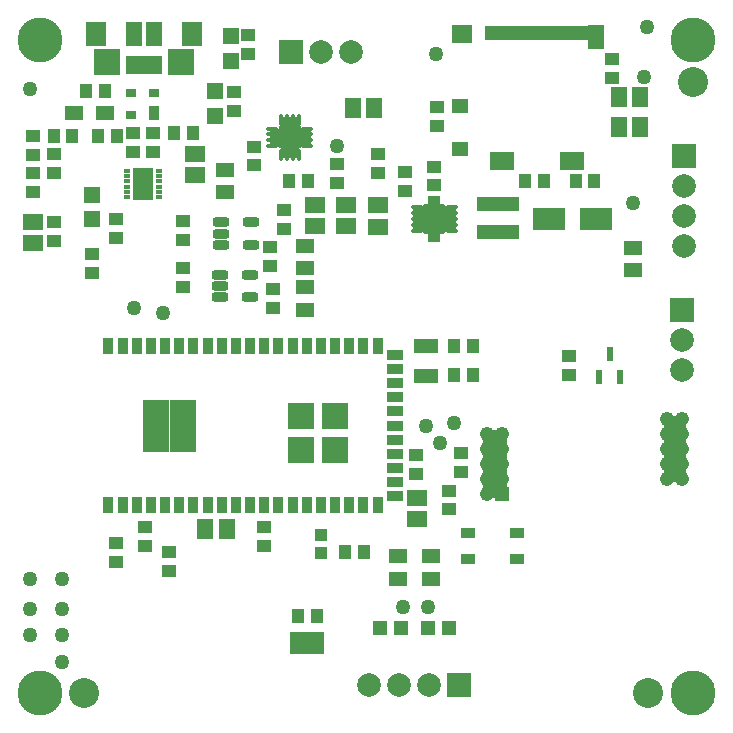
<source format=gts>
G04*
G04 #@! TF.GenerationSoftware,Altium Limited,Altium Designer,22.2.1 (43)*
G04*
G04 Layer_Color=8388736*
%FSLAX25Y25*%
%MOIN*%
G70*
G04*
G04 #@! TF.SameCoordinates,8235A018-37D0-441A-9F77-F42B88AFE5DC*
G04*
G04*
G04 #@! TF.FilePolarity,Negative*
G04*
G01*
G75*
%ADD24C,0.05000*%
%ADD26R,0.02236X0.04956*%
%ADD61R,0.07900X0.22600*%
%ADD62R,0.07600X0.22300*%
%ADD63R,0.03437X0.06000*%
%ADD64R,0.06436X0.03900*%
%ADD65R,0.04049X0.06000*%
%ADD66R,0.06236X0.03562*%
%ADD67R,0.04299X0.08912*%
%ADD68R,0.04100X0.09000*%
%ADD69R,0.31700X0.05100*%
%ADD70R,0.09000X0.06100*%
%ADD71R,0.11400X0.07300*%
%ADD72R,0.04737X0.04343*%
%ADD73R,0.04343X0.04737*%
%ADD74R,0.08280X0.05131*%
%ADD75R,0.05524X0.02178*%
%ADD76R,0.06312X0.04934*%
%ADD77R,0.04934X0.03359*%
G04:AMPARAMS|DCode=78|XSize=55.64mil|YSize=31.23mil|CornerRadius=9.81mil|HoleSize=0mil|Usage=FLASHONLY|Rotation=0.000|XOffset=0mil|YOffset=0mil|HoleType=Round|Shape=RoundedRectangle|*
%AMROUNDEDRECTD78*
21,1,0.05564,0.01161,0,0,0.0*
21,1,0.03602,0.03123,0,0,0.0*
1,1,0.01961,0.01801,-0.00581*
1,1,0.01961,-0.01801,-0.00581*
1,1,0.01961,-0.01801,0.00581*
1,1,0.01961,0.01801,0.00581*
%
%ADD78ROUNDEDRECTD78*%
%ADD79R,0.05524X0.05524*%
%ADD80R,0.02375X0.06115*%
%ADD81R,0.09068X0.08674*%
%ADD82R,0.07099X0.08280*%
%ADD83R,0.05524X0.08280*%
%ADD84R,0.03556X0.03162*%
%ADD85R,0.03556X0.04737*%
%ADD86R,0.03556X0.05524*%
%ADD87R,0.05524X0.03556*%
%ADD88R,0.08674X0.08674*%
%ADD89R,0.08874X0.08874*%
%ADD90R,0.07102X0.10646*%
%ADD91R,0.02375X0.01784*%
%ADD92R,0.05406X0.07887*%
%ADD93R,0.03753X0.05131*%
%ADD94R,0.04147X0.05131*%
%ADD95R,0.06902X0.06115*%
%ADD96R,0.05524X0.04737*%
%ADD97R,0.08280X0.06115*%
%ADD98R,0.14186X0.04658*%
%ADD99R,0.06312X0.04737*%
%ADD100R,0.03950X0.03950*%
%ADD101R,0.10642X0.07493*%
%ADD102R,0.05328X0.06509*%
%ADD103R,0.06509X0.05328*%
%ADD104R,0.05131X0.05131*%
%ADD105C,0.10000*%
%ADD106R,0.07244X0.07244*%
%ADD107O,0.01654X0.03898*%
%ADD108O,0.03898X0.01654*%
G04:AMPARAMS|DCode=109|XSize=70.47mil|YSize=100mil|CornerRadius=4.71mil|HoleSize=0mil|Usage=FLASHONLY|Rotation=0.000|XOffset=0mil|YOffset=0mil|HoleType=Round|Shape=RoundedRectangle|*
%AMROUNDEDRECTD109*
21,1,0.07047,0.09059,0,0,0.0*
21,1,0.06106,0.10000,0,0,0.0*
1,1,0.00941,0.03053,-0.04530*
1,1,0.00941,-0.03053,-0.04530*
1,1,0.00941,-0.03053,0.04530*
1,1,0.00941,0.03053,0.04530*
%
%ADD109ROUNDEDRECTD109*%
G04:AMPARAMS|DCode=110|XSize=16.54mil|YSize=38.98mil|CornerRadius=4.74mil|HoleSize=0mil|Usage=FLASHONLY|Rotation=90.000|XOffset=0mil|YOffset=0mil|HoleType=Round|Shape=RoundedRectangle|*
%AMROUNDEDRECTD110*
21,1,0.01654,0.02950,0,0,90.0*
21,1,0.00706,0.03898,0,0,90.0*
1,1,0.00948,0.01475,0.00353*
1,1,0.00948,0.01475,-0.00353*
1,1,0.00948,-0.01475,-0.00353*
1,1,0.00948,-0.01475,0.00353*
%
%ADD110ROUNDEDRECTD110*%
%ADD111R,0.01902X0.03556*%
%ADD112R,0.07887X0.07887*%
%ADD113C,0.07887*%
%ADD114R,0.04760X0.04760*%
%ADD115C,0.04760*%
%ADD116R,0.07887X0.07887*%
%ADD117C,0.14973*%
%ADD118C,0.02800*%
D24*
X5906Y37402D02*
D03*
X16732Y47244D02*
D03*
X5906Y210607D02*
D03*
X147441Y99410D02*
D03*
X5906Y28543D02*
D03*
X211614Y231299D02*
D03*
X16732Y37402D02*
D03*
X141181Y222244D02*
D03*
X108268Y191514D02*
D03*
X40612Y137636D02*
D03*
X5906Y47244D02*
D03*
X50197Y135827D02*
D03*
X130352Y38000D02*
D03*
X138457D02*
D03*
X16732Y19685D02*
D03*
X207000Y172672D02*
D03*
X142717Y92520D02*
D03*
X137795Y98409D02*
D03*
X210478Y214589D02*
D03*
X16732Y28543D02*
D03*
D26*
X199123Y122148D02*
D03*
X202726Y114548D02*
D03*
X195521D02*
D03*
D61*
X160850Y85500D02*
D03*
D62*
X220900Y90750D02*
D03*
D63*
X87545Y194400D02*
D03*
D64*
X92482Y189450D02*
D03*
D65*
X97475Y194400D02*
D03*
D66*
X92382Y199581D02*
D03*
D67*
X145850Y167356D02*
D03*
D68*
X135650Y167400D02*
D03*
D69*
X177150Y229350D02*
D03*
D70*
X43900Y218450D02*
D03*
D71*
X98200Y26050D02*
D03*
D72*
X34449Y52860D02*
D03*
Y59159D02*
D03*
X26575Y155709D02*
D03*
Y149409D02*
D03*
X185666Y121498D02*
D03*
Y115199D02*
D03*
X46900Y189650D02*
D03*
Y195950D02*
D03*
X40400D02*
D03*
Y189650D02*
D03*
X122047Y189009D02*
D03*
Y182710D02*
D03*
X140748Y184778D02*
D03*
Y178479D02*
D03*
X90530Y163976D02*
D03*
Y170276D02*
D03*
X199803Y214392D02*
D03*
Y220691D02*
D03*
X85827Y158071D02*
D03*
Y151772D02*
D03*
X56840Y166535D02*
D03*
Y160236D02*
D03*
X13780Y166339D02*
D03*
Y160039D02*
D03*
X6890Y176215D02*
D03*
Y182514D02*
D03*
X80709Y191428D02*
D03*
Y185129D02*
D03*
X78740Y228543D02*
D03*
Y222244D02*
D03*
X74056Y209702D02*
D03*
Y203403D02*
D03*
X130905Y176707D02*
D03*
Y183006D02*
D03*
X141732Y198213D02*
D03*
Y204512D02*
D03*
X145512Y76772D02*
D03*
Y70472D02*
D03*
X84034Y64589D02*
D03*
Y58289D02*
D03*
X44291Y64589D02*
D03*
Y58289D02*
D03*
X52165Y56299D02*
D03*
Y50000D02*
D03*
X108268Y185664D02*
D03*
Y179365D02*
D03*
X6890Y188779D02*
D03*
Y195079D02*
D03*
X13780Y188813D02*
D03*
Y182514D02*
D03*
X34449Y161024D02*
D03*
Y167323D02*
D03*
X87024Y137636D02*
D03*
Y143936D02*
D03*
X57087Y144488D02*
D03*
Y150787D02*
D03*
X149511Y83045D02*
D03*
Y89344D02*
D03*
X134602Y82323D02*
D03*
Y88622D02*
D03*
D73*
X147250Y115337D02*
D03*
X153550D02*
D03*
Y124803D02*
D03*
X147250D02*
D03*
X20079Y195079D02*
D03*
X13780D02*
D03*
X60356Y195950D02*
D03*
X54057D02*
D03*
X28604Y195079D02*
D03*
X34903D02*
D03*
X24606Y210107D02*
D03*
X30906D02*
D03*
X98600Y179857D02*
D03*
X92301D02*
D03*
X177362D02*
D03*
X171063D02*
D03*
X194095D02*
D03*
X187795D02*
D03*
X117323Y56299D02*
D03*
X111024D02*
D03*
X101455Y35000D02*
D03*
X95156D02*
D03*
D74*
X137795Y114961D02*
D03*
Y124803D02*
D03*
D75*
X95254Y28559D02*
D03*
Y26000D02*
D03*
Y23441D02*
D03*
X101159Y28559D02*
D03*
Y26000D02*
D03*
Y23441D02*
D03*
D76*
X139667Y54921D02*
D03*
Y47441D02*
D03*
X128667Y54921D02*
D03*
Y47441D02*
D03*
X97750Y158268D02*
D03*
Y150787D02*
D03*
X70866Y183597D02*
D03*
Y176117D02*
D03*
X207000Y150260D02*
D03*
Y157740D02*
D03*
X97750Y137046D02*
D03*
Y144526D02*
D03*
D77*
X168187Y53983D02*
D03*
X151848D02*
D03*
Y62448D02*
D03*
X168187D02*
D03*
D78*
X79309Y148622D02*
D03*
Y141142D02*
D03*
X69427D02*
D03*
Y144882D02*
D03*
Y148622D02*
D03*
X79526Y166142D02*
D03*
Y158661D02*
D03*
X69644D02*
D03*
Y162402D02*
D03*
Y166142D02*
D03*
D79*
X72835Y219945D02*
D03*
Y228213D02*
D03*
X26575Y167126D02*
D03*
Y175394D02*
D03*
X67461Y201589D02*
D03*
Y209857D02*
D03*
D80*
X38840Y218468D02*
D03*
X41399D02*
D03*
X43958D02*
D03*
X46517D02*
D03*
X49076D02*
D03*
D81*
X31754Y219748D02*
D03*
X56163D02*
D03*
D82*
X27817Y229000D02*
D03*
X60100D02*
D03*
D83*
X40612D02*
D03*
X47305D02*
D03*
D84*
X39451Y201913D02*
D03*
X47325Y209393D02*
D03*
X39451D02*
D03*
D85*
X47325Y202700D02*
D03*
D86*
X32065Y72047D02*
D03*
X36789D02*
D03*
X41514D02*
D03*
X46238D02*
D03*
X50963D02*
D03*
X55687D02*
D03*
X60411D02*
D03*
X65136D02*
D03*
X69860D02*
D03*
X74585D02*
D03*
X79309D02*
D03*
X84034D02*
D03*
X88758D02*
D03*
X93482D02*
D03*
X98207D02*
D03*
X102931D02*
D03*
X107656D02*
D03*
X112380D02*
D03*
X117104D02*
D03*
X121829D02*
D03*
Y124803D02*
D03*
X117104D02*
D03*
X112380D02*
D03*
X107656D02*
D03*
X102931D02*
D03*
X98207D02*
D03*
X93482D02*
D03*
X88758D02*
D03*
X84034D02*
D03*
X79309D02*
D03*
X74585D02*
D03*
X69860D02*
D03*
X65136D02*
D03*
X60411D02*
D03*
X55687D02*
D03*
X50963D02*
D03*
X46238D02*
D03*
X41514D02*
D03*
X36789D02*
D03*
X32065D02*
D03*
D87*
X127502Y74787D02*
D03*
Y84236D02*
D03*
Y88961D02*
D03*
Y93685D02*
D03*
Y98409D02*
D03*
Y103134D02*
D03*
Y107858D02*
D03*
Y112583D02*
D03*
Y117307D02*
D03*
Y122031D02*
D03*
Y79512D02*
D03*
D88*
X107600Y90215D02*
D03*
X96360D02*
D03*
X107600Y101727D02*
D03*
X96360D02*
D03*
D89*
X56840Y93947D02*
D03*
X48108D02*
D03*
X56840Y102538D02*
D03*
X48108D02*
D03*
D90*
X43485Y178971D02*
D03*
D91*
X48800Y183400D02*
D03*
Y181628D02*
D03*
Y179857D02*
D03*
Y178085D02*
D03*
Y176313D02*
D03*
Y174542D02*
D03*
X38170D02*
D03*
Y176313D02*
D03*
Y178085D02*
D03*
Y179857D02*
D03*
Y181628D02*
D03*
Y183400D02*
D03*
D92*
X194628Y227931D02*
D03*
D93*
X189864Y229309D02*
D03*
D94*
X185730D02*
D03*
X181400D02*
D03*
X177069D02*
D03*
X172738D02*
D03*
X168407D02*
D03*
X164077D02*
D03*
X159746D02*
D03*
D95*
X150061Y228817D02*
D03*
D96*
X149372Y190530D02*
D03*
Y205097D02*
D03*
D97*
X163152Y186691D02*
D03*
X186655D02*
D03*
D98*
X162085Y172137D02*
D03*
Y162806D02*
D03*
D99*
X30906Y202700D02*
D03*
X20669D02*
D03*
D100*
X102931Y62008D02*
D03*
Y56102D02*
D03*
D101*
X194529Y167424D02*
D03*
X178781D02*
D03*
D102*
X120648Y204439D02*
D03*
X113561D02*
D03*
X209302Y208093D02*
D03*
X202216D02*
D03*
X209302Y198103D02*
D03*
X202216D02*
D03*
X64370Y63976D02*
D03*
X71457D02*
D03*
D103*
X61024Y181982D02*
D03*
Y189069D02*
D03*
X122047Y164726D02*
D03*
Y171812D02*
D03*
X111398Y164948D02*
D03*
Y172035D02*
D03*
X100948Y164948D02*
D03*
Y172035D02*
D03*
X6890Y166339D02*
D03*
Y159252D02*
D03*
X134941Y67323D02*
D03*
Y74410D02*
D03*
D104*
X122457Y31000D02*
D03*
X129543D02*
D03*
X145543Y31000D02*
D03*
X138457D02*
D03*
D105*
X226969Y213000D02*
D03*
X24059Y9252D02*
D03*
X212000D02*
D03*
D106*
X92498Y194467D02*
D03*
D107*
X95451Y188660D02*
D03*
X93482D02*
D03*
X91514D02*
D03*
X89545D02*
D03*
Y200274D02*
D03*
X91514D02*
D03*
X93482D02*
D03*
X95451D02*
D03*
D108*
X86691Y191514D02*
D03*
Y193483D02*
D03*
Y195451D02*
D03*
Y197420D02*
D03*
X98305D02*
D03*
Y195451D02*
D03*
Y193483D02*
D03*
Y191514D02*
D03*
D109*
X140748Y167323D02*
D03*
D110*
X134941Y171260D02*
D03*
Y169291D02*
D03*
Y167323D02*
D03*
Y165354D02*
D03*
Y163386D02*
D03*
X146555D02*
D03*
Y165354D02*
D03*
Y167323D02*
D03*
Y169291D02*
D03*
Y171260D02*
D03*
D111*
X139764Y173425D02*
D03*
X141732D02*
D03*
Y161221D02*
D03*
X139764D02*
D03*
D112*
X224000Y188172D02*
D03*
X223425Y136811D02*
D03*
D113*
X224000Y178172D02*
D03*
Y168172D02*
D03*
Y158172D02*
D03*
X103075Y222947D02*
D03*
X113075D02*
D03*
X223425Y116811D02*
D03*
Y126811D02*
D03*
X119000Y12000D02*
D03*
X129000D02*
D03*
X139000D02*
D03*
D114*
X163386Y75709D02*
D03*
D115*
Y80709D02*
D03*
X158386Y75709D02*
D03*
Y80709D02*
D03*
Y90709D02*
D03*
Y85709D02*
D03*
X163386Y90709D02*
D03*
Y85709D02*
D03*
Y95709D02*
D03*
X158386D02*
D03*
X223425Y80630D02*
D03*
Y85630D02*
D03*
X218425Y80630D02*
D03*
Y85630D02*
D03*
Y95630D02*
D03*
Y90630D02*
D03*
X223425Y95630D02*
D03*
Y90630D02*
D03*
Y100630D02*
D03*
X218425D02*
D03*
D116*
X93075Y222947D02*
D03*
X149000Y12000D02*
D03*
D117*
X9252Y9252D02*
D03*
X226969D02*
D03*
X9252Y226969D02*
D03*
X226969D02*
D03*
D118*
X41517Y182514D02*
D03*
Y178971D02*
D03*
Y175428D02*
D03*
X45454D02*
D03*
Y178971D02*
D03*
Y182514D02*
D03*
X140748Y167323D02*
D03*
X142717Y170276D02*
D03*
X138779D02*
D03*
Y164370D02*
D03*
X142717D02*
D03*
M02*

</source>
